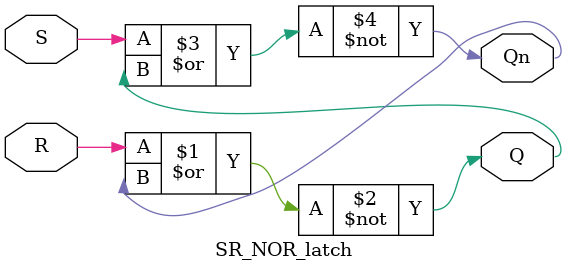
<source format=sv>
module SR_NOR_latch(
    output logic Q,
    output logic Qn,
    input logic S,
    input logic R
);

assign Q = ~(R | Qn);
assign Qn = ~(S | Q);

endmodule
</source>
